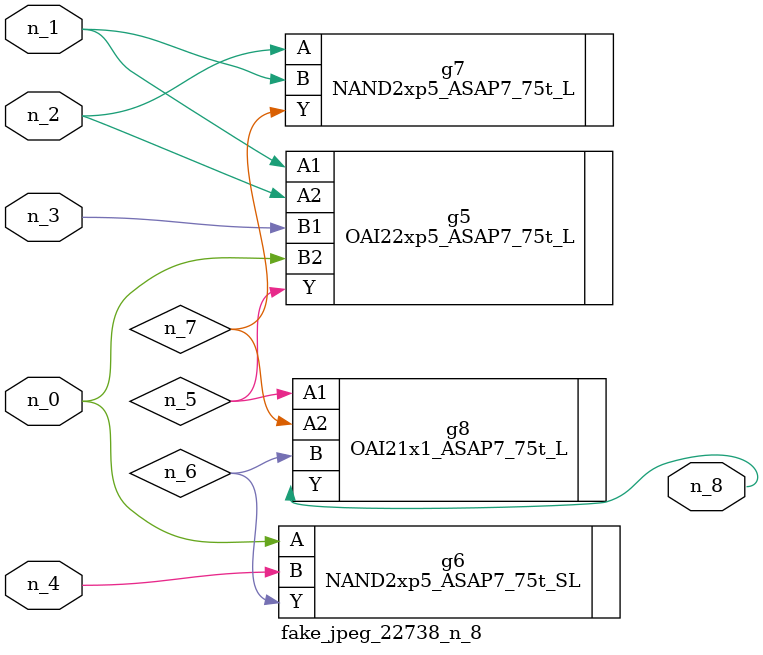
<source format=v>
module fake_jpeg_22738_n_8 (n_3, n_2, n_1, n_0, n_4, n_8);

input n_3;
input n_2;
input n_1;
input n_0;
input n_4;

output n_8;

wire n_6;
wire n_5;
wire n_7;

OAI22xp5_ASAP7_75t_L g5 ( 
.A1(n_1),
.A2(n_2),
.B1(n_3),
.B2(n_0),
.Y(n_5)
);

NAND2xp5_ASAP7_75t_SL g6 ( 
.A(n_0),
.B(n_4),
.Y(n_6)
);

NAND2xp5_ASAP7_75t_L g7 ( 
.A(n_2),
.B(n_1),
.Y(n_7)
);

OAI21x1_ASAP7_75t_L g8 ( 
.A1(n_5),
.A2(n_7),
.B(n_6),
.Y(n_8)
);


endmodule
</source>
